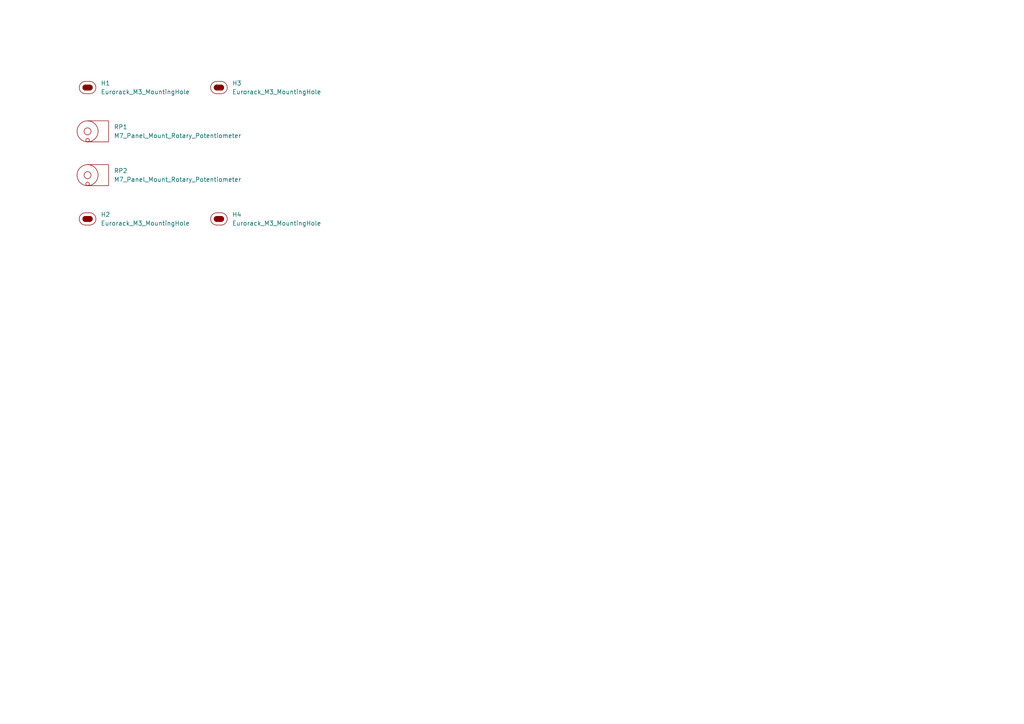
<source format=kicad_sch>
(kicad_sch (version 20250114) (generator "eeschema") (generator_version "9.0")
  (paper "A4")
  (lib_symbols
    (symbol "EXC:Eurorack_M3_MountingHole" (pin_names (offset 1.016))
      (property "Reference" "H" (at 0 5.08 0))
      (property "Value" "Eurorack_M3_MountingHole" (at 0 3.175 0))
      (symbol "Eurorack_M3_MountingHole_0_1"
        (polyline (pts (xy -0.635 0.762) (xy 0.635 0.762)))
        (circle (center -0.635 0) (radius 0.762) (fill (type outline)))
        (arc (start -0.635 -0.762) (mid -1.397 0) (end -0.635 0.762))
        (arc (start -0.635 -1.778) (mid -2.413 0) (end -0.635 1.778))
        (polyline (pts (xy -0.635 -0.762) (xy 0.635 -0.762)))
        (polyline (pts (xy -0.635 -1.778) (xy 0.635 -1.778)))
        (circle (center 0 0) (radius 0.762) (fill (type outline)))
        (polyline (pts (xy 0.635 1.778) (xy -0.635 1.778)))
        (arc (start 0.6141 1.778) (mid 2.4131 0) (end 0.6141 -1.778))
        (arc (start 0.6227 0.762) (mid 1.3971 0) (end 0.6227 -0.762))
        (circle (center 0.635 0) (radius 0.762) (fill (type outline)))
      )
    )
    (symbol "EXC:Rotary_Potentiometer_M7_Panel_Mount"
      (property "Reference" "RP" (at 0 4.064 0))
      (property "Value" "M7_Panel_Mount_Rotary_Potentiometer" (at 0 -4.318 0))
      (symbol "Rotary_Potentiometer_M7_Panel_Mount_0_1"
        (polyline (pts (xy 0 3.048) (xy 6.096 3.048) (xy 6.096 -3.048) (xy 0 -3.048)))
        (circle (center 0 0) (radius 1.016))
        (circle (center 0 0) (radius 3.048))
        (circle (center 0 -2.54) (radius 0.508))
      )
    )
  )
  (symbol (lib_id "EXC:Eurorack_M3_MountingHole") (at 63.5 63.5 0) (unit 1)
    (property "Reference" "H4" (at 67.31 62.2299 0) (effects (justify left)))
    (property "Value" "Eurorack_M3_MountingHole" (at 67.31 64.7699 0) (effects (justify left)))
    (property "Footprint" "EXC:MountingHole_3.2mm_M3" (effects (hide yes)))
    (property "Description" "Mounting Hole without connection" (effects (hide yes)))
  )
  (symbol (lib_id "EXC:Rotary_Potentiometer_M7_Panel_Mount") (at 25.4 38.1 0) (unit 1)
    (property "Reference" "RP1" (at 33.02 36.8299 0) (effects (justify left)))
    (property "Value" "M7_Panel_Mount_Rotary_Potentiometer" (at 33.02 39.3699 0) (effects (justify left)))
    (property "Footprint" "EXC:Rotary_Potentiometer_M7_Panel_Mount" (effects (hide yes)))
    (property "Datasheet" "https://cdn-shop.adafruit.com/product-files/562/p160.pdf" (effects (hide yes)))
    (property "Description" "An M7 panel-mounted linear potentiometer" (effects (hide yes)))
    (property "Source" "https://www.adafruit.com/product/562" (effects (hide yes)))
  )
  (symbol (lib_id "EXC:Eurorack_M3_MountingHole") (at 25.4 25.4 0) (unit 1)
    (property "Reference" "H1" (at 29.21 24.1299 0) (effects (justify left)))
    (property "Value" "Eurorack_M3_MountingHole" (at 29.21 26.6699 0) (effects (justify left)))
    (property "Footprint" "EXC:MountingHole_3.2mm_M3" (effects (hide yes)))
    (property "Description" "Mounting Hole without connection" (effects (hide yes)))
  )
  (symbol (lib_id "EXC:Rotary_Potentiometer_M7_Panel_Mount") (at 25.4 50.8 0) (unit 1)
    (property "Reference" "RP2" (at 33.02 49.5299 0) (effects (justify left)))
    (property "Value" "M7_Panel_Mount_Rotary_Potentiometer" (at 33.02 52.0699 0) (effects (justify left)))
    (property "Footprint" "EXC:Rotary_Potentiometer_M7_Panel_Mount" (effects (hide yes)))
    (property "Datasheet" "https://cdn-shop.adafruit.com/product-files/562/p160.pdf" (effects (hide yes)))
    (property "Description" "An M7 panel-mounted linear potentiometer" (effects (hide yes)))
    (property "Source" "https://www.adafruit.com/product/562" (effects (hide yes)))
  )
  (symbol (lib_id "EXC:Eurorack_M3_MountingHole") (at 63.5 25.4 0) (unit 1)
    (property "Reference" "H3" (at 67.31 24.1299 0) (effects (justify left)))
    (property "Value" "Eurorack_M3_MountingHole" (at 67.31 26.6699 0) (effects (justify left)))
    (property "Footprint" "EXC:MountingHole_3.2mm_M3" (effects (hide yes)))
    (property "Description" "Mounting Hole without connection" (effects (hide yes)))
  )
  (symbol (lib_id "EXC:Eurorack_M3_MountingHole") (at 25.4 63.5 0) (unit 1)
    (property "Reference" "H2" (at 29.21 62.2299 0) (effects (justify left)))
    (property "Value" "Eurorack_M3_MountingHole" (at 29.21 64.7699 0) (effects (justify left)))
    (property "Footprint" "EXC:MountingHole_3.2mm_M3" (effects (hide yes)))
    (property "Description" "Mounting Hole without connection" (effects (hide yes)))
  )
)
</source>
